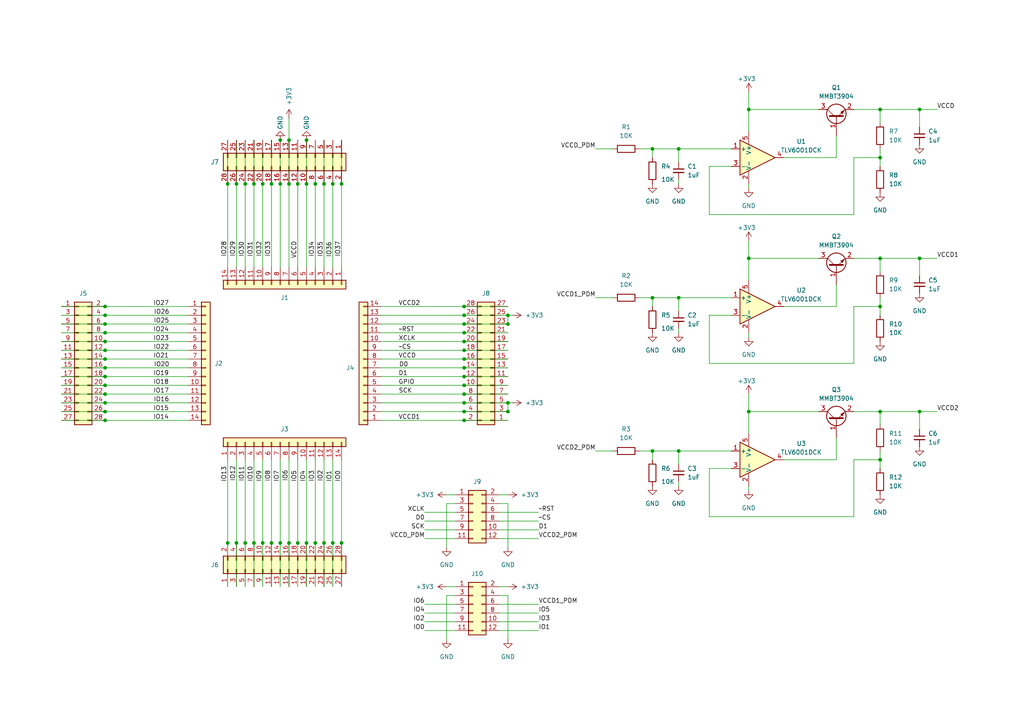
<source format=kicad_sch>
(kicad_sch (version 20211123) (generator eeschema)
  (paper "A4")
  (lib_symbols
    (symbol "Amplifier_Operational:TLV6001DCK" (pin_names (offset 0.127))
      (property "Reference" "U" (at 7.62 2.54 0))
      (property "Value" "TLV6001DCK" (at 11.43 -2.54 0))
      (symbol "TLV6001DCK_0_1"
        (polyline (pts (xy -2.54 5.08) (xy -2.54 -5.08) (xy 7.62 0) (xy -2.54 5.08)) (stroke (width 0.254)) (fill (type background)))
      )
      (symbol "TLV6001DCK_1_1"
        (pin input line (at -5.08 2.54 0) (length 2.54) (name "+") (number "1"))
        (pin power_in line (at 0 -7.62 90) (length 3.81) (name "V-") (number "2"))
        (pin input line (at -5.08 -2.54 0) (length 2.54) (name "-") (number "3"))
        (pin output line (at 10.16 0 180) (length 2.54) (name "~") (number "4"))
        (pin power_in line (at 0 7.62 270) (length 3.81) (name "V+") (number "5"))
      )
    )
    (symbol "Connector_Generic:Conn_01x14" (pin_names (offset 1.016) hide)
      (property "Reference" "J" (at 0 17.78 0))
      (property "Value" "Conn_01x14" (at 0 -20.32 0))
      (symbol "Conn_01x14_1_1"
        (rectangle (start -1.27 -17.653) (end 0 -17.907) (stroke (width 0.1524)))
        (rectangle (start -1.27 -15.113) (end 0 -15.367) (stroke (width 0.1524)))
        (rectangle (start -1.27 -12.573) (end 0 -12.827) (stroke (width 0.1524)))
        (rectangle (start -1.27 -10.033) (end 0 -10.287) (stroke (width 0.1524)))
        (rectangle (start -1.27 -7.493) (end 0 -7.747) (stroke (width 0.1524)))
        (rectangle (start -1.27 -4.953) (end 0 -5.207) (stroke (width 0.1524)))
        (rectangle (start -1.27 -2.413) (end 0 -2.667) (stroke (width 0.1524)))
        (rectangle (start -1.27 0.127) (end 0 -0.127) (stroke (width 0.1524)))
        (rectangle (start -1.27 2.667) (end 0 2.413) (stroke (width 0.1524)))
        (rectangle (start -1.27 5.207) (end 0 4.953) (stroke (width 0.1524)))
        (rectangle (start -1.27 7.747) (end 0 7.493) (stroke (width 0.1524)))
        (rectangle (start -1.27 10.287) (end 0 10.033) (stroke (width 0.1524)))
        (rectangle (start -1.27 12.827) (end 0 12.573) (stroke (width 0.1524)))
        (rectangle (start -1.27 15.367) (end 0 15.113) (stroke (width 0.1524)))
        (rectangle (start -1.27 16.51) (end 1.27 -19.05) (stroke (width 0.254)) (fill (type background)))
        (pin passive line (at -5.08 15.24 0) (length 3.81) (name "Pin_1") (number "1"))
        (pin passive line (at -5.08 -7.62 0) (length 3.81) (name "Pin_10") (number "10"))
        (pin passive line (at -5.08 -10.16 0) (length 3.81) (name "Pin_11") (number "11"))
        (pin passive line (at -5.08 -12.7 0) (length 3.81) (name "Pin_12") (number "12"))
        (pin passive line (at -5.08 -15.24 0) (length 3.81) (name "Pin_13") (number "13"))
        (pin passive line (at -5.08 -17.78 0) (length 3.81) (name "Pin_14") (number "14"))
        (pin passive line (at -5.08 12.7 0) (length 3.81) (name "Pin_2") (number "2"))
        (pin passive line (at -5.08 10.16 0) (length 3.81) (name "Pin_3") (number "3"))
        (pin passive line (at -5.08 7.62 0) (length 3.81) (name "Pin_4") (number "4"))
        (pin passive line (at -5.08 5.08 0) (length 3.81) (name "Pin_5") (number "5"))
        (pin passive line (at -5.08 2.54 0) (length 3.81) (name "Pin_6") (number "6"))
        (pin passive line (at -5.08 0 0) (length 3.81) (name "Pin_7") (number "7"))
        (pin passive line (at -5.08 -2.54 0) (length 3.81) (name "Pin_8") (number "8"))
        (pin passive line (at -5.08 -5.08 0) (length 3.81) (name "Pin_9") (number "9"))
      )
    )
    (symbol "Connector_Generic:Conn_02x06_Odd_Even" (pin_names (offset 1.016) hide)
      (property "Reference" "J" (at 1.27 7.62 0))
      (property "Value" "Conn_02x06_Odd_Even" (at 1.27 -10.16 0))
      (symbol "Conn_02x06_Odd_Even_1_1"
        (rectangle (start -1.27 -7.493) (end 0 -7.747) (stroke (width 0.1524)))
        (rectangle (start -1.27 -4.953) (end 0 -5.207) (stroke (width 0.1524)))
        (rectangle (start -1.27 -2.413) (end 0 -2.667) (stroke (width 0.1524)))
        (rectangle (start -1.27 0.127) (end 0 -0.127) (stroke (width 0.1524)))
        (rectangle (start -1.27 2.667) (end 0 2.413) (stroke (width 0.1524)))
        (rectangle (start -1.27 5.207) (end 0 4.953) (stroke (width 0.1524)))
        (rectangle (start -1.27 6.35) (end 3.81 -8.89) (stroke (width 0.254)) (fill (type background)))
        (rectangle (start 3.81 -7.493) (end 2.54 -7.747) (stroke (width 0.1524)))
        (rectangle (start 3.81 -4.953) (end 2.54 -5.207) (stroke (width 0.1524)))
        (rectangle (start 3.81 -2.413) (end 2.54 -2.667) (stroke (width 0.1524)))
        (rectangle (start 3.81 0.127) (end 2.54 -0.127) (stroke (width 0.1524)))
        (rectangle (start 3.81 2.667) (end 2.54 2.413) (stroke (width 0.1524)))
        (rectangle (start 3.81 5.207) (end 2.54 4.953) (stroke (width 0.1524)))
        (pin passive line (at -5.08 5.08 0) (length 3.81) (name "Pin_1") (number "1"))
        (pin passive line (at 7.62 -5.08 180) (length 3.81) (name "Pin_10") (number "10"))
        (pin passive line (at -5.08 -7.62 0) (length 3.81) (name "Pin_11") (number "11"))
        (pin passive line (at 7.62 -7.62 180) (length 3.81) (name "Pin_12") (number "12"))
        (pin passive line (at 7.62 5.08 180) (length 3.81) (name "Pin_2") (number "2"))
        (pin passive line (at -5.08 2.54 0) (length 3.81) (name "Pin_3") (number "3"))
        (pin passive line (at 7.62 2.54 180) (length 3.81) (name "Pin_4") (number "4"))
        (pin passive line (at -5.08 0 0) (length 3.81) (name "Pin_5") (number "5"))
        (pin passive line (at 7.62 0 180) (length 3.81) (name "Pin_6") (number "6"))
        (pin passive line (at -5.08 -2.54 0) (length 3.81) (name "Pin_7") (number "7"))
        (pin passive line (at 7.62 -2.54 180) (length 3.81) (name "Pin_8") (number "8"))
        (pin passive line (at -5.08 -5.08 0) (length 3.81) (name "Pin_9") (number "9"))
      )
    )
    (symbol "Connector_Generic:Conn_02x14_Odd_Even" (pin_names (offset 1.016) hide)
      (property "Reference" "J" (at 1.27 17.78 0))
      (property "Value" "Conn_02x14_Odd_Even" (at 1.27 -20.32 0))
      (symbol "Conn_02x14_Odd_Even_1_1"
        (rectangle (start -1.27 -17.653) (end 0 -17.907) (stroke (width 0.1524)))
        (rectangle (start -1.27 -15.113) (end 0 -15.367) (stroke (width 0.1524)))
        (rectangle (start -1.27 -12.573) (end 0 -12.827) (stroke (width 0.1524)))
        (rectangle (start -1.27 -10.033) (end 0 -10.287) (stroke (width 0.1524)))
        (rectangle (start -1.27 -7.493) (end 0 -7.747) (stroke (width 0.1524)))
        (rectangle (start -1.27 -4.953) (end 0 -5.207) (stroke (width 0.1524)))
        (rectangle (start -1.27 -2.413) (end 0 -2.667) (stroke (width 0.1524)))
        (rectangle (start -1.27 0.127) (end 0 -0.127) (stroke (width 0.1524)))
        (rectangle (start -1.27 2.667) (end 0 2.413) (stroke (width 0.1524)))
        (rectangle (start -1.27 5.207) (end 0 4.953) (stroke (width 0.1524)))
        (rectangle (start -1.27 7.747) (end 0 7.493) (stroke (width 0.1524)))
        (rectangle (start -1.27 10.287) (end 0 10.033) (stroke (width 0.1524)))
        (rectangle (start -1.27 12.827) (end 0 12.573) (stroke (width 0.1524)))
        (rectangle (start -1.27 15.367) (end 0 15.113) (stroke (width 0.1524)))
        (rectangle (start -1.27 16.51) (end 3.81 -19.05) (stroke (width 0.254)) (fill (type background)))
        (rectangle (start 3.81 -17.653) (end 2.54 -17.907) (stroke (width 0.1524)))
        (rectangle (start 3.81 -15.113) (end 2.54 -15.367) (stroke (width 0.1524)))
        (rectangle (start 3.81 -12.573) (end 2.54 -12.827) (stroke (width 0.1524)))
        (rectangle (start 3.81 -10.033) (end 2.54 -10.287) (stroke (width 0.1524)))
        (rectangle (start 3.81 -7.493) (end 2.54 -7.747) (stroke (width 0.1524)))
        (rectangle (start 3.81 -4.953) (end 2.54 -5.207) (stroke (width 0.1524)))
        (rectangle (start 3.81 -2.413) (end 2.54 -2.667) (stroke (width 0.1524)))
        (rectangle (start 3.81 0.127) (end 2.54 -0.127) (stroke (width 0.1524)))
        (rectangle (start 3.81 2.667) (end 2.54 2.413) (stroke (width 0.1524)))
        (rectangle (start 3.81 5.207) (end 2.54 4.953) (stroke (width 0.1524)))
        (rectangle (start 3.81 7.747) (end 2.54 7.493) (stroke (width 0.1524)))
        (rectangle (start 3.81 10.287) (end 2.54 10.033) (stroke (width 0.1524)))
        (rectangle (start 3.81 12.827) (end 2.54 12.573) (stroke (width 0.1524)))
        (rectangle (start 3.81 15.367) (end 2.54 15.113) (stroke (width 0.1524)))
        (pin passive line (at -5.08 15.24 0) (length 3.81) (name "Pin_1") (number "1"))
        (pin passive line (at 7.62 5.08 180) (length 3.81) (name "Pin_10") (number "10"))
        (pin passive line (at -5.08 2.54 0) (length 3.81) (name "Pin_11") (number "11"))
        (pin passive line (at 7.62 2.54 180) (length 3.81) (name "Pin_12") (number "12"))
        (pin passive line (at -5.08 0 0) (length 3.81) (name "Pin_13") (number "13"))
        (pin passive line (at 7.62 0 180) (length 3.81) (name "Pin_14") (number "14"))
        (pin passive line (at -5.08 -2.54 0) (length 3.81) (name "Pin_15") (number "15"))
        (pin passive line (at 7.62 -2.54 180) (length 3.81) (name "Pin_16") (number "16"))
        (pin passive line (at -5.08 -5.08 0) (length 3.81) (name "Pin_17") (number "17"))
        (pin passive line (at 7.62 -5.08 180) (length 3.81) (name "Pin_18") (number "18"))
        (pin passive line (at -5.08 -7.62 0) (length 3.81) (name "Pin_19") (number "19"))
        (pin passive line (at 7.62 15.24 180) (length 3.81) (name "Pin_2") (number "2"))
        (pin passive line (at 7.62 -7.62 180) (length 3.81) (name "Pin_20") (number "20"))
        (pin passive line (at -5.08 -10.16 0) (length 3.81) (name "Pin_21") (number "21"))
        (pin passive line (at 7.62 -10.16 180) (length 3.81) (name "Pin_22") (number "22"))
        (pin passive line (at -5.08 -12.7 0) (length 3.81) (name "Pin_23") (number "23"))
        (pin passive line (at 7.62 -12.7 180) (length 3.81) (name "Pin_24") (number "24"))
        (pin passive line (at -5.08 -15.24 0) (length 3.81) (name "Pin_25") (number "25"))
        (pin passive line (at 7.62 -15.24 180) (length 3.81) (name "Pin_26") (number "26"))
        (pin passive line (at -5.08 -17.78 0) (length 3.81) (name "Pin_27") (number "27"))
        (pin passive line (at 7.62 -17.78 180) (length 3.81) (name "Pin_28") (number "28"))
        (pin passive line (at -5.08 12.7 0) (length 3.81) (name "Pin_3") (number "3"))
        (pin passive line (at 7.62 12.7 180) (length 3.81) (name "Pin_4") (number "4"))
        (pin passive line (at -5.08 10.16 0) (length 3.81) (name "Pin_5") (number "5"))
        (pin passive line (at 7.62 10.16 180) (length 3.81) (name "Pin_6") (number "6"))
        (pin passive line (at -5.08 7.62 0) (length 3.81) (name "Pin_7") (number "7"))
        (pin passive line (at 7.62 7.62 180) (length 3.81) (name "Pin_8") (number "8"))
        (pin passive line (at -5.08 5.08 0) (length 3.81) (name "Pin_9") (number "9"))
      )
    )
    (symbol "Device:C_Small" (pin_numbers hide) (pin_names (offset 0.254) hide)
      (property "Reference" "C" (at 0.254 1.778 0))
      (property "Value" "C_Small" (at 0.254 -2.032 0))
      (symbol "C_Small_0_1"
        (polyline (pts (xy -1.524 -0.508) (xy 1.524 -0.508)) (stroke (width 0.3302)))
        (polyline (pts (xy -1.524 0.508) (xy 1.524 0.508)) (stroke (width 0.3048)))
      )
      (symbol "C_Small_1_1"
        (pin passive line (at 0 2.54 270) (length 2.032) (name "~") (number "1"))
        (pin passive line (at 0 -2.54 90) (length 2.032) (name "~") (number "2"))
      )
    )
    (symbol "Device:R" (pin_numbers hide) (pin_names (offset 0))
      (property "Reference" "R" (at 2.032 0 90))
      (property "Value" "R" (at 0 0 90))
      (symbol "R_0_1"
        (rectangle (start -1.016 -2.54) (end 1.016 2.54) (stroke (width 0.254)))
      )
      (symbol "R_1_1"
        (pin passive line (at 0 3.81 270) (length 1.27) (name "~") (number "1"))
        (pin passive line (at 0 -3.81 90) (length 1.27) (name "~") (number "2"))
      )
    )
    (symbol "Transistor_BJT:MMBT3904" (pin_names (offset 0) hide)
      (property "Reference" "Q" (at 5.08 1.905 0))
      (property "Value" "MMBT3904" (at 5.08 0 0))
      (symbol "MMBT3904_0_1"
        (polyline (pts (xy 0.635 0.635) (xy 2.54 2.54)))
        (polyline (pts (xy 0.635 -0.635) (xy 2.54 -2.54) (xy 2.54 -2.54)))
        (polyline (pts (xy 0.635 1.905) (xy 0.635 -1.905) (xy 0.635 -1.905)) (stroke (width 0.508)))
        (polyline (pts (xy 1.27 -1.778) (xy 1.778 -1.27) (xy 2.286 -2.286) (xy 1.27 -1.778) (xy 1.27 -1.778)) (fill (type outline)))
        (circle (center 1.27 0) (radius 2.8194) (stroke (width 0.254)))
      )
      (symbol "MMBT3904_1_1"
        (pin input line (at -5.08 0 0) (length 5.715) (name "B") (number "1"))
        (pin passive line (at 2.54 -5.08 90) (length 2.54) (name "E") (number "2"))
        (pin passive line (at 2.54 5.08 270) (length 2.54) (name "C") (number "3"))
      )
    )
    (symbol "power:+3.3V" (power) (pin_names (offset 0))
      (property "Value" "+3.3V" (at 0 3.556 0))
      (symbol "+3.3V_0_1"
        (polyline (pts (xy -0.762 1.27) (xy 0 2.54)))
        (polyline (pts (xy 0 0) (xy 0 2.54)))
        (polyline (pts (xy 0 2.54) (xy 0.762 1.27)))
      )
      (symbol "+3.3V_1_1"
        (pin power_in line (at 0 0 90) (length 0) hide (name "+3V3") (number "1"))
      )
    )
    (symbol "power:GND" (power) (pin_names (offset 0))
      (property "Value" "GND" (at 0 -3.81 0))
      (symbol "GND_0_1"
        (polyline (pts (xy 0 0) (xy 0 -1.27) (xy 1.27 -1.27) (xy 0 -2.54) (xy -1.27 -1.27) (xy 0 -1.27)))
      )
      (symbol "GND_1_1"
        (pin power_in line (at 0 0 270) (length 0) hide (name "GND") (number "1"))
      )
    )
  )
  (junction (at 81.28 53.34))
  (junction (at 255.27 88.9))
  (junction (at 255.27 74.93))
  (junction (at 76.2 157.48))
  (junction (at 217.17 74.93))
  (junction (at 88.9 157.48))
  (junction (at 196.85 130.81))
  (junction (at 266.7 74.93))
  (junction (at 93.98 157.48))
  (junction (at 196.85 43.18))
  (junction (at 30.48 88.9))
  (junction (at 30.48 91.44))
  (junction (at 96.52 53.34))
  (junction (at 189.23 43.18))
  (junction (at 88.9 53.34))
  (junction (at 30.48 96.52))
  (junction (at 134.62 111.76))
  (junction (at 30.48 99.06))
  (junction (at 134.62 114.3))
  (junction (at 86.36 157.48))
  (junction (at 134.62 96.52))
  (junction (at 217.17 31.75))
  (junction (at 134.62 99.06))
  (junction (at 255.27 119.38))
  (junction (at 99.06 53.34))
  (junction (at 255.27 45.72))
  (junction (at 88.9 40.64))
  (junction (at 134.62 121.92))
  (junction (at 266.7 119.38))
  (junction (at 91.44 157.48))
  (junction (at 147.32 91.44))
  (junction (at 189.23 130.81))
  (junction (at 134.62 116.84))
  (junction (at 30.48 114.3))
  (junction (at 134.62 109.22))
  (junction (at 99.06 157.48))
  (junction (at 147.32 119.38))
  (junction (at 30.48 119.38))
  (junction (at 30.48 109.22))
  (junction (at 196.85 86.36))
  (junction (at 66.04 157.48))
  (junction (at 66.04 53.34))
  (junction (at 68.58 157.48))
  (junction (at 86.36 53.34))
  (junction (at 134.62 104.14))
  (junction (at 134.62 119.38))
  (junction (at 30.48 104.14))
  (junction (at 78.74 53.34))
  (junction (at 91.44 53.34))
  (junction (at 134.62 88.9))
  (junction (at 30.48 116.84))
  (junction (at 217.17 119.38))
  (junction (at 255.27 31.75))
  (junction (at 83.82 40.64))
  (junction (at 78.74 157.48))
  (junction (at 30.48 93.98))
  (junction (at 83.82 53.34))
  (junction (at 30.48 121.92))
  (junction (at 134.62 106.68))
  (junction (at 81.28 157.48))
  (junction (at 81.28 40.64))
  (junction (at 134.62 93.98))
  (junction (at 96.52 157.48))
  (junction (at 30.48 101.6))
  (junction (at 30.48 111.76))
  (junction (at 255.27 133.35))
  (junction (at 134.62 101.6))
  (junction (at 68.58 53.34))
  (junction (at 76.2 53.34))
  (junction (at 266.7 31.75))
  (junction (at 147.32 93.98))
  (junction (at 83.82 157.48))
  (junction (at 73.66 157.48))
  (junction (at 73.66 53.34))
  (junction (at 147.32 116.84))
  (junction (at 71.12 157.48))
  (junction (at 71.12 53.34))
  (junction (at 134.62 91.44))
  (junction (at 93.98 53.34))
  (junction (at 30.48 106.68))
  (junction (at 189.23 86.36))
  (wire (pts (xy 255.27 133.35) (xy 255.27 130.81)))
  (wire (pts (xy 247.65 133.35) (xy 255.27 133.35)))
  (wire (pts (xy 66.04 157.48) (xy 66.04 133.35)))
  (wire (pts (xy 110.49 119.38) (xy 134.62 119.38)))
  (wire (pts (xy 30.48 111.76) (xy 54.61 111.76)))
  (wire (pts (xy 30.48 106.68) (xy 54.61 106.68)))
  (wire (pts (xy 217.17 53.34) (xy 217.17 54.61)))
  (wire (pts (xy 99.06 40.64) (xy 99.06 53.34)))
  (wire (pts (xy 144.78 148.59) (xy 156.21 148.59)))
  (wire (pts (xy 78.74 157.48) (xy 78.74 133.35)))
  (wire (pts (xy 266.7 74.93) (xy 266.7 80.01)))
  (wire (pts (xy 73.66 77.47) (xy 73.66 53.34)))
  (wire (pts (xy 17.78 101.6) (xy 30.48 101.6)))
  (wire (pts (xy 205.74 62.23) (xy 247.65 62.23)))
  (wire (pts (xy 134.62 96.52) (xy 147.32 96.52)))
  (wire (pts (xy 17.78 119.38) (xy 30.48 119.38)))
  (wire (pts (xy 91.44 157.48) (xy 91.44 170.18)))
  (wire (pts (xy 73.66 157.48) (xy 73.66 170.18)))
  (wire (pts (xy 123.19 153.67) (xy 132.08 153.67)))
  (wire (pts (xy 144.78 153.67) (xy 156.21 153.67)))
  (wire (pts (xy 217.17 31.75) (xy 237.49 31.75)))
  (wire (pts (xy 17.78 104.14) (xy 30.48 104.14)))
  (wire (pts (xy 144.78 156.21) (xy 156.21 156.21)))
  (wire (pts (xy 30.48 114.3) (xy 54.61 114.3)))
  (wire (pts (xy 255.27 78.74) (xy 255.27 74.93)))
  (wire (pts (xy 196.85 95.25) (xy 196.85 96.52)))
  (wire (pts (xy 255.27 31.75) (xy 247.65 31.75)))
  (wire (pts (xy 68.58 77.47) (xy 68.58 53.34)))
  (wire (pts (xy 99.06 157.48) (xy 99.06 170.18)))
  (wire (pts (xy 185.42 43.18) (xy 189.23 43.18)))
  (wire (pts (xy 93.98 157.48) (xy 93.98 133.35)))
  (wire (pts (xy 129.54 170.18) (xy 132.08 170.18)))
  (wire (pts (xy 172.72 130.81) (xy 177.8 130.81)))
  (wire (pts (xy 255.27 119.38) (xy 247.65 119.38)))
  (wire (pts (xy 217.17 26.67) (xy 217.17 31.75)))
  (wire (pts (xy 30.48 88.9) (xy 54.61 88.9)))
  (wire (pts (xy 88.9 157.48) (xy 88.9 170.18)))
  (wire (pts (xy 255.27 88.9) (xy 255.27 91.44)))
  (wire (pts (xy 196.85 86.36) (xy 189.23 86.36)))
  (wire (pts (xy 30.48 93.98) (xy 54.61 93.98)))
  (wire (pts (xy 93.98 77.47) (xy 93.98 53.34)))
  (wire (pts (xy 110.49 96.52) (xy 134.62 96.52)))
  (wire (pts (xy 132.08 146.05) (xy 129.54 146.05)))
  (wire (pts (xy 247.65 45.72) (xy 255.27 45.72)))
  (wire (pts (xy 30.48 96.52) (xy 54.61 96.52)))
  (wire (pts (xy 110.49 93.98) (xy 134.62 93.98)))
  (wire (pts (xy 196.85 86.36) (xy 196.85 90.17)))
  (wire (pts (xy 71.12 157.48) (xy 71.12 133.35)))
  (wire (pts (xy 247.65 88.9) (xy 255.27 88.9)))
  (wire (pts (xy 68.58 157.48) (xy 68.58 170.18)))
  (wire (pts (xy 196.85 130.81) (xy 189.23 130.81)))
  (wire (pts (xy 86.36 157.48) (xy 86.36 170.18)))
  (wire (pts (xy 247.65 105.41) (xy 247.65 88.9)))
  (wire (pts (xy 255.27 74.93) (xy 266.7 74.93)))
  (wire (pts (xy 83.82 157.48) (xy 83.82 170.18)))
  (wire (pts (xy 91.44 157.48) (xy 91.44 133.35)))
  (wire (pts (xy 110.49 106.68) (xy 134.62 106.68)))
  (wire (pts (xy 17.78 121.92) (xy 30.48 121.92)))
  (wire (pts (xy 123.19 151.13) (xy 132.08 151.13)))
  (wire (pts (xy 123.19 177.8) (xy 132.08 177.8)))
  (wire (pts (xy 255.27 31.75) (xy 266.7 31.75)))
  (wire (pts (xy 110.49 101.6) (xy 134.62 101.6)))
  (wire (pts (xy 196.85 43.18) (xy 189.23 43.18)))
  (wire (pts (xy 144.78 143.51) (xy 147.32 143.51)))
  (wire (pts (xy 242.57 127) (xy 242.57 133.35)))
  (wire (pts (xy 30.48 91.44) (xy 54.61 91.44)))
  (wire (pts (xy 212.09 130.81) (xy 196.85 130.81)))
  (wire (pts (xy 144.78 146.05) (xy 147.32 146.05)))
  (wire (pts (xy 217.17 140.97) (xy 217.17 142.24)))
  (wire (pts (xy 134.62 109.22) (xy 147.32 109.22)))
  (wire (pts (xy 144.78 180.34) (xy 156.21 180.34)))
  (wire (pts (xy 217.17 114.3) (xy 217.17 119.38)))
  (wire (pts (xy 212.09 86.36) (xy 196.85 86.36)))
  (wire (pts (xy 81.28 157.48) (xy 81.28 170.18)))
  (wire (pts (xy 217.17 69.85) (xy 217.17 74.93)))
  (wire (pts (xy 76.2 157.48) (xy 76.2 133.35)))
  (wire (pts (xy 255.27 74.93) (xy 247.65 74.93)))
  (wire (pts (xy 212.09 91.44) (xy 205.74 91.44)))
  (wire (pts (xy 17.78 88.9) (xy 30.48 88.9)))
  (wire (pts (xy 110.49 99.06) (xy 134.62 99.06)))
  (wire (pts (xy 83.82 34.29) (xy 83.82 40.64)))
  (wire (pts (xy 134.62 91.44) (xy 147.32 91.44)))
  (wire (pts (xy 110.49 109.22) (xy 134.62 109.22)))
  (wire (pts (xy 144.78 175.26) (xy 156.21 175.26)))
  (wire (pts (xy 76.2 77.47) (xy 76.2 53.34)))
  (wire (pts (xy 132.08 172.72) (xy 129.54 172.72)))
  (wire (pts (xy 17.78 109.22) (xy 30.48 109.22)))
  (wire (pts (xy 255.27 35.56) (xy 255.27 31.75)))
  (wire (pts (xy 266.7 119.38) (xy 271.78 119.38)))
  (wire (pts (xy 147.32 116.84) (xy 147.32 119.38)))
  (wire (pts (xy 73.66 157.48) (xy 73.66 133.35)))
  (wire (pts (xy 217.17 96.52) (xy 217.17 97.79)))
  (wire (pts (xy 17.78 116.84) (xy 30.48 116.84)))
  (wire (pts (xy 266.7 119.38) (xy 266.7 124.46)))
  (wire (pts (xy 110.49 116.84) (xy 134.62 116.84)))
  (wire (pts (xy 189.23 43.18) (xy 189.23 45.72)))
  (wire (pts (xy 68.58 40.64) (xy 68.58 53.34)))
  (wire (pts (xy 17.78 96.52) (xy 30.48 96.52)))
  (wire (pts (xy 205.74 149.86) (xy 247.65 149.86)))
  (wire (pts (xy 66.04 40.64) (xy 66.04 53.34)))
  (wire (pts (xy 30.48 119.38) (xy 54.61 119.38)))
  (wire (pts (xy 212.09 48.26) (xy 205.74 48.26)))
  (wire (pts (xy 205.74 135.89) (xy 205.74 149.86)))
  (wire (pts (xy 227.33 88.9) (xy 242.57 88.9)))
  (wire (pts (xy 17.78 111.76) (xy 30.48 111.76)))
  (wire (pts (xy 205.74 91.44) (xy 205.74 105.41)))
  (wire (pts (xy 30.48 101.6) (xy 54.61 101.6)))
  (wire (pts (xy 227.33 45.72) (xy 242.57 45.72)))
  (wire (pts (xy 266.7 74.93) (xy 271.78 74.93)))
  (wire (pts (xy 91.44 77.47) (xy 91.44 53.34)))
  (wire (pts (xy 196.85 43.18) (xy 196.85 46.99)))
  (wire (pts (xy 110.49 104.14) (xy 134.62 104.14)))
  (wire (pts (xy 148.59 116.84) (xy 147.32 116.84)))
  (wire (pts (xy 78.74 40.64) (xy 78.74 53.34)))
  (wire (pts (xy 123.19 175.26) (xy 132.08 175.26)))
  (wire (pts (xy 189.23 130.81) (xy 189.23 133.35)))
  (wire (pts (xy 144.78 172.72) (xy 147.32 172.72)))
  (wire (pts (xy 81.28 77.47) (xy 81.28 53.34)))
  (wire (pts (xy 83.82 77.47) (xy 83.82 53.34)))
  (wire (pts (xy 30.48 99.06) (xy 54.61 99.06)))
  (wire (pts (xy 30.48 104.14) (xy 54.61 104.14)))
  (wire (pts (xy 134.62 104.14) (xy 147.32 104.14)))
  (wire (pts (xy 144.78 182.88) (xy 156.21 182.88)))
  (wire (pts (xy 99.06 77.47) (xy 99.06 53.34)))
  (wire (pts (xy 88.9 157.48) (xy 88.9 133.35)))
  (wire (pts (xy 86.36 77.47) (xy 86.36 53.34)))
  (wire (pts (xy 217.17 74.93) (xy 217.17 81.28)))
  (wire (pts (xy 205.74 48.26) (xy 205.74 62.23)))
  (wire (pts (xy 96.52 157.48) (xy 96.52 170.18)))
  (wire (pts (xy 212.09 43.18) (xy 196.85 43.18)))
  (wire (pts (xy 110.49 111.76) (xy 134.62 111.76)))
  (wire (pts (xy 134.62 101.6) (xy 147.32 101.6)))
  (wire (pts (xy 255.27 123.19) (xy 255.27 119.38)))
  (wire (pts (xy 78.74 157.48) (xy 78.74 170.18)))
  (wire (pts (xy 148.59 91.44) (xy 147.32 91.44)))
  (wire (pts (xy 242.57 39.37) (xy 242.57 45.72)))
  (wire (pts (xy 205.74 105.41) (xy 247.65 105.41)))
  (wire (pts (xy 189.23 86.36) (xy 189.23 88.9)))
  (wire (pts (xy 73.66 40.64) (xy 73.66 53.34)))
  (wire (pts (xy 129.54 146.05) (xy 129.54 158.75)))
  (wire (pts (xy 134.62 93.98) (xy 147.32 93.98)))
  (wire (pts (xy 17.78 93.98) (xy 30.48 93.98)))
  (wire (pts (xy 110.49 114.3) (xy 134.62 114.3)))
  (wire (pts (xy 255.27 45.72) (xy 255.27 48.26)))
  (wire (pts (xy 255.27 45.72) (xy 255.27 43.18)))
  (wire (pts (xy 66.04 77.47) (xy 66.04 53.34)))
  (wire (pts (xy 123.19 182.88) (xy 132.08 182.88)))
  (wire (pts (xy 123.19 180.34) (xy 132.08 180.34)))
  (wire (pts (xy 134.62 106.68) (xy 147.32 106.68)))
  (wire (pts (xy 185.42 130.81) (xy 189.23 130.81)))
  (wire (pts (xy 66.04 157.48) (xy 66.04 170.18)))
  (wire (pts (xy 129.54 143.51) (xy 132.08 143.51)))
  (wire (pts (xy 88.9 77.47) (xy 88.9 53.34)))
  (wire (pts (xy 83.82 157.48) (xy 83.82 133.35)))
  (wire (pts (xy 17.78 91.44) (xy 30.48 91.44)))
  (wire (pts (xy 71.12 40.64) (xy 71.12 53.34)))
  (wire (pts (xy 134.62 119.38) (xy 147.32 119.38)))
  (wire (pts (xy 266.7 31.75) (xy 271.78 31.75)))
  (wire (pts (xy 242.57 82.55) (xy 242.57 88.9)))
  (wire (pts (xy 93.98 40.64) (xy 93.98 53.34)))
  (wire (pts (xy 134.62 114.3) (xy 147.32 114.3)))
  (wire (pts (xy 134.62 111.76) (xy 147.32 111.76)))
  (wire (pts (xy 71.12 77.47) (xy 71.12 53.34)))
  (wire (pts (xy 217.17 31.75) (xy 217.17 38.1)))
  (wire (pts (xy 99.06 157.48) (xy 99.06 133.35)))
  (wire (pts (xy 196.85 139.7) (xy 196.85 140.97)))
  (wire (pts (xy 134.62 99.06) (xy 147.32 99.06)))
  (wire (pts (xy 83.82 40.64) (xy 83.82 53.34)))
  (wire (pts (xy 88.9 40.64) (xy 88.9 53.34)))
  (wire (pts (xy 255.27 133.35) (xy 255.27 135.89)))
  (wire (pts (xy 30.48 109.22) (xy 54.61 109.22)))
  (wire (pts (xy 71.12 157.48) (xy 71.12 170.18)))
  (wire (pts (xy 134.62 121.92) (xy 147.32 121.92)))
  (wire (pts (xy 30.48 121.92) (xy 54.61 121.92)))
  (wire (pts (xy 255.27 88.9) (xy 255.27 86.36)))
  (wire (pts (xy 93.98 157.48) (xy 93.98 170.18)))
  (wire (pts (xy 30.48 116.84) (xy 54.61 116.84)))
  (wire (pts (xy 196.85 52.07) (xy 196.85 53.34)))
  (wire (pts (xy 86.36 157.48) (xy 86.36 133.35)))
  (wire (pts (xy 110.49 91.44) (xy 134.62 91.44)))
  (wire (pts (xy 217.17 119.38) (xy 217.17 125.73)))
  (wire (pts (xy 17.78 99.06) (xy 30.48 99.06)))
  (wire (pts (xy 147.32 146.05) (xy 147.32 158.75)))
  (wire (pts (xy 129.54 172.72) (xy 129.54 185.42)))
  (wire (pts (xy 196.85 130.81) (xy 196.85 134.62)))
  (wire (pts (xy 86.36 40.64) (xy 86.36 53.34)))
  (wire (pts (xy 96.52 77.47) (xy 96.52 53.34)))
  (wire (pts (xy 144.78 151.13) (xy 156.21 151.13)))
  (wire (pts (xy 123.19 148.59) (xy 132.08 148.59)))
  (wire (pts (xy 76.2 40.64) (xy 76.2 53.34)))
  (wire (pts (xy 227.33 133.35) (xy 242.57 133.35)))
  (wire (pts (xy 212.09 135.89) (xy 205.74 135.89)))
  (wire (pts (xy 134.62 116.84) (xy 147.32 116.84)))
  (wire (pts (xy 110.49 121.92) (xy 134.62 121.92)))
  (wire (pts (xy 76.2 157.48) (xy 76.2 170.18)))
  (wire (pts (xy 96.52 157.48) (xy 96.52 133.35)))
  (wire (pts (xy 68.58 157.48) (xy 68.58 133.35)))
  (wire (pts (xy 81.28 40.64) (xy 81.28 53.34)))
  (wire (pts (xy 144.78 177.8) (xy 156.21 177.8)))
  (wire (pts (xy 110.49 88.9) (xy 134.62 88.9)))
  (wire (pts (xy 96.52 40.64) (xy 96.52 53.34)))
  (wire (pts (xy 255.27 119.38) (xy 266.7 119.38)))
  (wire (pts (xy 17.78 114.3) (xy 30.48 114.3)))
  (wire (pts (xy 78.74 77.47) (xy 78.74 53.34)))
  (wire (pts (xy 147.32 172.72) (xy 147.32 185.42)))
  (wire (pts (xy 172.72 86.36) (xy 177.8 86.36)))
  (wire (pts (xy 247.65 62.23) (xy 247.65 45.72)))
  (wire (pts (xy 81.28 157.48) (xy 81.28 133.35)))
  (wire (pts (xy 266.7 31.75) (xy 266.7 36.83)))
  (wire (pts (xy 147.32 91.44) (xy 147.32 93.98)))
  (wire (pts (xy 217.17 119.38) (xy 237.49 119.38)))
  (wire (pts (xy 91.44 40.64) (xy 91.44 53.34)))
  (wire (pts (xy 134.62 88.9) (xy 147.32 88.9)))
  (wire (pts (xy 172.72 43.18) (xy 177.8 43.18)))
  (wire (pts (xy 217.17 74.93) (xy 237.49 74.93)))
  (wire (pts (xy 247.65 149.86) (xy 247.65 133.35)))
  (wire (pts (xy 123.19 156.21) (xy 132.08 156.21)))
  (wire (pts (xy 17.78 106.68) (xy 30.48 106.68)))
  (wire (pts (xy 185.42 86.36) (xy 189.23 86.36)))
  (wire (pts (xy 144.78 170.18) (xy 147.32 170.18)))
  (label "IO0" (at 99.06 139.7 90))
  (label "IO19" (at 44.45 109.22 0))
  (label "SCK" (at 123.19 153.67 180))
  (label "IO18" (at 44.45 111.76 0))
  (label "VCCD" (at 115.57 104.14 0))
  (label "~RST" (at 156.21 148.59 0))
  (label "VCCD1" (at 271.78 74.93 0))
  (label "IO14" (at 44.45 121.92 0))
  (label "VCCD1_PDM" (at 172.72 86.36 180))
  (label "IO3" (at 156.21 180.34 0))
  (label "IO37" (at 99.06 69.85 270))
  (label "IO21" (at 44.45 104.14 0))
  (label "VCCD2_PDM" (at 172.72 130.81 180))
  (label "IO29" (at 68.58 69.85 270))
  (label "IO2" (at 93.98 139.6046 90))
  (label "IO25" (at 44.5454 93.98 0))
  (label "IO7" (at 81.28 139.7 90))
  (label "IO27" (at 44.45 88.9 0))
  (label "IO4" (at 123.19 177.8 180))
  (label "IO3" (at 91.44 139.6682 90))
  (label "IO36" (at 96.52 70.009 270))
  (label "IO24" (at 44.4818 96.52 0))
  (label "IO35" (at 93.98 69.9454 270))
  (label "IO20" (at 44.609 106.68 0))
  (label "~CS" (at 156.21 151.13 0))
  (label "IO6" (at 83.82 139.541 90))
  (label "IO5" (at 156.21 177.8 0))
  (label "VCCD_PDM" (at 172.72 43.18 180))
  (label "VCCD_PDM" (at 123.19 156.21 180))
  (label "D0" (at 115.729 106.68 0))
  (label "IO23" (at 44.4818 99.06 0))
  (label "VCCD2" (at 115.57 88.9 0))
  (label "IO31" (at 73.66 69.8818 270))
  (label "IO30" (at 71.12 69.9454 270))
  (label "IO26" (at 44.609 91.44 0))
  (label "IO10" (at 73.66 139.6682 90))
  (label "IO2" (at 123.19 180.34 180))
  (label "IO1" (at 156.21 182.88 0))
  (label "IO17" (at 44.4818 114.3 0))
  (label "IO22" (at 44.5136 101.6 0))
  (label "IO5" (at 86.36 139.7 90))
  (label "XCLK" (at 123.19 148.59 180))
  (label "IO12" (at 68.58 139.541 90))
  (label "D1" (at 156.21 153.67 0))
  (label "GPIO" (at 115.57 111.76 0))
  (label "IO9" (at 76.2 139.6682 90))
  (label "SCK" (at 115.6018 114.3 0))
  (label "XCLK" (at 115.6018 99.06 0))
  (label "IO0" (at 123.19 182.88 180))
  (label "IO6" (at 123.19 175.26 180))
  (label "IO1" (at 96.52 139.7 90))
  (label "VCCD1_PDM" (at 156.21 175.26 0))
  (label "IO16" (at 44.5454 116.84 0))
  (label "IO28" (at 66.04 69.85 270))
  (label "IO4" (at 88.9 139.7 90))
  (label "IO11" (at 71.12 139.6046 90))
  (label "VCCD" (at 271.78 31.75 0))
  (label "IO13" (at 66.04 139.7 90))
  (label "VCCD2_PDM" (at 156.21 156.21 0))
  (label "D0" (at 123.19 151.13 180))
  (label "IO32" (at 76.2 69.85 270))
  (label "IO8" (at 78.74 139.6364 90))
  (label "VCCD" (at 86.36 74.93 90))
  (label "~RST" (at 115.6018 96.52 0))
  (label "IO15" (at 44.45 119.38 0))
  (label "VCCD2" (at 271.78 119.38 0))
  (label "IO33" (at 78.74 69.85 270))
  (label "VCCD1" (at 115.57 121.92 0))
  (label "IO34" (at 91.44 69.8818 270))
  (label "D1" (at 115.57 109.22 0))
  (label "~CS" (at 115.6336 101.6 0))
  (symbol (lib_id "Device:R") (at 255.27 52.07 0) (unit 1)
    (property "Reference" "R8" (at 257.81 50.7999 0) (effects (justify left)))
    (property "Value" "10K" (at 257.81 53.3399 0) (effects (justify left)))
    (property "Footprint" "Resistor_SMD:R_0402_1005Metric" (effects hide))
  )
  (symbol (lib_id "power:GND") (at 217.17 97.79 0) (unit 1)
    (property "Reference" "#PWR010" (effects hide))
    (property "Value" "GND" (at 217.17 102.87 0))
  )
  (symbol (lib_id "power:+3.3V") (at 129.54 143.51 90) (unit 1)
    (property "Reference" "#PWR019" (effects hide))
    (property "Value" "+3.3V" (at 123.19 143.51 90))
  )
  (symbol (lib_id "Amplifier_Operational:TLV6001DCK") (at 217.17 133.35 0) (unit 1)
    (property "Reference" "U3" (at 232.41 128.651 0))
    (property "Value" "TLV6001DCK" (at 232.41 131.191 0))
    (property "Footprint" "Package_TO_SOT_SMD:SOT-353_SC-70-5" (effects hide))
    (property "Datasheet" "http://www.ti.com/lit/ds/symlink/tlv6001.pdf" (effects hide))
  )
  (symbol (lib_id "power:GND") (at 255.27 55.88 0) (unit 1)
    (property "Reference" "#PWR013" (effects hide))
    (property "Value" "GND" (at 255.27 60.96 0))
  )
  (symbol (lib_id "power:GND") (at 266.7 85.09 0) (unit 1)
    (property "Reference" "#PWR017" (effects hide))
    (property "Value" "GND" (at 266.7 90.17 0))
  )
  (symbol (lib_id "Device:R") (at 189.23 92.71 0) (unit 1)
    (property "Reference" "R5" (at 191.77 91.4399 0) (effects (justify left)))
    (property "Value" "10K" (at 191.77 95.25 0) (effects (justify left)))
    (property "Footprint" "Resistor_SMD:R_0402_1005Metric" (effects hide))
  )
  (symbol (lib_id "Device:R") (at 255.27 127 0) (unit 1)
    (property "Reference" "R11" (at 257.81 125.7299 0) (effects (justify left)))
    (property "Value" "10K" (at 257.81 128.2699 0) (effects (justify left)))
    (property "Footprint" "Resistor_SMD:R_0402_1005Metric" (effects hide))
  )
  (symbol (lib_id "power:GND") (at 129.54 158.75 0) (unit 1)
    (property "Reference" "#PWR020" (effects hide))
    (property "Value" "GND" (at 129.54 163.83 0))
  )
  (symbol (lib_id "power:GND") (at 189.23 96.52 0) (unit 1)
    (property "Reference" "#PWR02" (effects hide))
    (property "Value" "GND" (at 189.23 101.6 0))
  )
  (symbol (lib_id "power:+3.3V") (at 217.17 69.85 0) (unit 1)
    (property "Reference" "#PWR0108" (effects hide))
    (property "Value" "+3.3V" (at 216.535 66.04 0))
  )
  (symbol (lib_id "Device:R") (at 189.23 137.16 0) (unit 1)
    (property "Reference" "R6" (at 191.77 135.8899 0) (effects (justify left)))
    (property "Value" "10K" (at 191.77 139.7 0) (effects (justify left)))
    (property "Footprint" "Resistor_SMD:R_0402_1005Metric" (effects hide))
  )
  (symbol (lib_id "Device:R") (at 255.27 139.7 0) (unit 1)
    (property "Reference" "R12" (at 257.81 138.4299 0) (effects (justify left)))
    (property "Value" "10K" (at 257.81 140.9699 0) (effects (justify left)))
    (property "Footprint" "Resistor_SMD:R_0402_1005Metric" (effects hide))
  )
  (symbol (lib_id "power:+3.3V") (at 148.59 116.84 270) (unit 1)
    (property "Reference" "#PWR0104" (effects hide))
    (property "Value" "+3.3V" (at 154.94 116.84 90))
  )
  (symbol (lib_id "power:GND") (at 196.85 96.52 0) (unit 1)
    (property "Reference" "#PWR05" (effects hide))
    (property "Value" "GND" (at 196.85 101.6 0))
  )
  (symbol (lib_id "Transistor_BJT:MMBT3904") (at 242.57 77.47 90) (unit 1)
    (property "Reference" "Q2" (at 242.57 68.58 90))
    (property "Value" "MMBT3904" (at 242.57 71.12 90))
    (property "Footprint" "Package_TO_SOT_SMD:SOT-23" (effects hide))
    (property "Datasheet" "https://www.onsemi.com/pub/Collateral/2N3903-D.PDF" (effects hide))
  )
  (symbol (lib_id "Amplifier_Operational:TLV6001DCK") (at 217.17 88.9 0) (unit 1)
    (property "Reference" "U2" (at 232.41 84.201 0))
    (property "Value" "TLV6001DCK" (at 232.41 86.741 0))
    (property "Footprint" "Package_TO_SOT_SMD:SOT-353_SC-70-5" (effects hide))
    (property "Datasheet" "http://www.ti.com/lit/ds/symlink/tlv6001.pdf" (effects hide))
  )
  (symbol (lib_id "Device:R") (at 181.61 86.36 90) (unit 1)
    (property "Reference" "R2" (at 181.61 80.01 90))
    (property "Value" "10K" (at 181.61 82.55 90))
    (property "Footprint" "Resistor_SMD:R_0402_1005Metric" (effects hide))
  )
  (symbol (lib_id "power:+3.3V") (at 83.82 34.29 0) (unit 1)
    (property "Reference" "#PWR0101" (effects hide))
    (property "Value" "+3.3V" (at 83.82 27.94 90))
  )
  (symbol (lib_id "power:GND") (at 196.85 140.97 0) (unit 1)
    (property "Reference" "#PWR06" (effects hide))
    (property "Value" "GND" (at 196.85 146.05 0))
  )
  (symbol (lib_id "power:GND") (at 266.7 41.91 0) (unit 1)
    (property "Reference" "#PWR016" (effects hide))
    (property "Value" "GND" (at 266.7 46.99 0))
  )
  (symbol (lib_id "power:GND") (at 81.28 40.64 180) (unit 1)
    (property "Reference" "#PWR0102" (effects hide))
    (property "Value" "GND" (at 81.28 35.56 90))
  )
  (symbol (lib_id "power:GND") (at 129.54 185.42 0) (unit 1)
    (property "Reference" "#PWR022" (effects hide))
    (property "Value" "GND" (at 129.54 190.5 0))
  )
  (symbol (lib_id "power:GND") (at 217.17 142.24 0) (unit 1)
    (property "Reference" "#PWR012" (effects hide))
    (property "Value" "GND" (at 217.17 147.32 0))
  )
  (symbol (lib_id "Device:C_Small") (at 196.85 92.71 0) (unit 1)
    (property "Reference" "C2" (at 199.39 91.4462 0) (effects (justify left)))
    (property "Value" "1uF" (at 199.39 93.9862 0) (effects (justify left)))
    (property "Footprint" "Capacitor_SMD:C_0402_1005Metric" (effects hide))
  )
  (symbol (lib_id "Connector_Generic:Conn_01x14") (at 81.28 128.27 90) (unit 1)
    (property "Reference" "J3" (at 82.55 124.46 90))
    (property "Value" "Conn_01x14" (effects hide))
    (property "Footprint" "Connector_PinHeader_1.27mm:PinHeader_1x14_P1.27mm_Vertical" (effects hide))
  )
  (symbol (lib_id "Connector_Generic:Conn_02x14_Odd_Even") (at 22.86 104.14 0) (unit 1)
    (property "Reference" "J5" (at 24.13 85.09 0))
    (property "Value" "Conn_02x14_Odd_Even" (effects hide))
    (property "Footprint" "Connector_PinHeader_2.54mm:PinHeader_2x14_P2.54mm_Vertical" (effects hide))
  )
  (symbol (lib_id "Device:C_Small") (at 196.85 49.53 0) (unit 1)
    (property "Reference" "C1" (at 199.39 48.2662 0) (effects (justify left)))
    (property "Value" "1uF" (at 199.39 50.8062 0) (effects (justify left)))
    (property "Footprint" "Capacitor_SMD:C_0402_1005Metric" (effects hide))
  )
  (symbol (lib_id "Connector_Generic:Conn_01x14") (at 59.69 104.14 0) (unit 1)
    (property "Reference" "J2" (at 62.23 105.4099 0) (effects (justify left)))
    (property "Value" "Conn_01x14" (effects hide))
    (property "Footprint" "Connector_PinHeader_1.27mm:PinHeader_1x14_P1.27mm_Vertical" (effects hide))
  )
  (symbol (lib_id "power:+3.3V") (at 147.32 143.51 270) (unit 1)
    (property "Reference" "#PWR023" (effects hide))
    (property "Value" "+3.3V" (at 153.67 143.51 90))
  )
  (symbol (lib_id "Device:C_Small") (at 266.7 127 0) (unit 1)
    (property "Reference" "C6" (at 269.24 125.7362 0) (effects (justify left)))
    (property "Value" "1uF" (at 269.24 128.2762 0) (effects (justify left)))
    (property "Footprint" "Capacitor_SMD:C_0402_1005Metric" (effects hide))
  )
  (symbol (lib_id "power:GND") (at 88.9 40.64 180) (unit 1)
    (property "Reference" "#PWR0103" (effects hide))
    (property "Value" "GND" (at 88.9 35.56 90))
  )
  (symbol (lib_id "Transistor_BJT:MMBT3904") (at 242.57 34.29 90) (unit 1)
    (property "Reference" "Q1" (at 242.57 25.4 90))
    (property "Value" "MMBT3904" (at 242.57 27.94 90))
    (property "Footprint" "Package_TO_SOT_SMD:SOT-23" (effects hide))
    (property "Datasheet" "https://www.onsemi.com/pub/Collateral/2N3903-D.PDF" (effects hide))
  )
  (symbol (lib_id "Device:C_Small") (at 196.85 137.16 0) (unit 1)
    (property "Reference" "C3" (at 199.39 135.8962 0) (effects (justify left)))
    (property "Value" "1uF" (at 199.39 138.4362 0) (effects (justify left)))
    (property "Footprint" "Capacitor_SMD:C_0402_1005Metric" (effects hide))
  )
  (symbol (lib_id "Device:R") (at 181.61 43.18 90) (unit 1)
    (property "Reference" "R1" (at 181.61 36.83 90))
    (property "Value" "10K" (at 181.61 39.37 90))
    (property "Footprint" "Resistor_SMD:R_0402_1005Metric" (effects hide))
  )
  (symbol (lib_id "Amplifier_Operational:TLV6001DCK") (at 217.17 45.72 0) (unit 1)
    (property "Reference" "U1" (at 232.41 41.021 0))
    (property "Value" "TLV6001DCK" (at 232.41 43.561 0))
    (property "Footprint" "Package_TO_SOT_SMD:SOT-353_SC-70-5" (effects hide))
    (property "Datasheet" "http://www.ti.com/lit/ds/symlink/tlv6001.pdf" (effects hide))
  )
  (symbol (lib_id "Device:R") (at 255.27 39.37 0) (unit 1)
    (property "Reference" "R7" (at 257.81 38.0999 0) (effects (justify left)))
    (property "Value" "10K" (at 257.81 40.6399 0) (effects (justify left)))
    (property "Footprint" "Resistor_SMD:R_0402_1005Metric" (effects hide))
  )
  (symbol (lib_id "power:GND") (at 255.27 99.06 0) (unit 1)
    (property "Reference" "#PWR014" (effects hide))
    (property "Value" "GND" (at 255.27 104.14 0))
  )
  (symbol (lib_id "Connector_Generic:Conn_01x14") (at 83.82 82.55 270) (unit 1)
    (property "Reference" "J1" (at 82.55 86.36 90))
    (property "Value" "Conn_01x14" (effects hide))
    (property "Footprint" "Connector_PinHeader_1.27mm:PinHeader_1x14_P1.27mm_Vertical" (effects hide))
  )
  (symbol (lib_id "power:+3.3V") (at 129.54 170.18 90) (unit 1)
    (property "Reference" "#PWR021" (effects hide))
    (property "Value" "+3.3V" (at 123.19 170.18 90))
  )
  (symbol (lib_id "Connector_Generic:Conn_02x14_Odd_Even") (at 83.82 45.72 270) (unit 1)
    (property "Reference" "J7" (at 63.5 46.9899 90) (effects (justify right)))
    (property "Value" "Conn_02x14_Odd_Even" (effects hide))
    (property "Footprint" "Connector_PinHeader_2.54mm:PinHeader_2x14_P2.54mm_Vertical" (effects hide))
  )
  (symbol (lib_id "Device:R") (at 189.23 49.53 0) (unit 1)
    (property "Reference" "R4" (at 191.77 48.2599 0) (effects (justify left)))
    (property "Value" "10K" (at 191.77 52.07 0) (effects (justify left)))
    (property "Footprint" "Resistor_SMD:R_0402_1005Metric" (effects hide))
  )
  (symbol (lib_id "Connector_Generic:Conn_02x06_Odd_Even") (at 137.16 148.59 0) (unit 1)
    (property "Reference" "J9" (at 138.43 139.7 0))
    (property "Value" "Conn_02x06_Odd_Even" (effects hide))
    (property "Footprint" "Connector_PinHeader_2.54mm:PinHeader_2x06_P2.54mm_Horizontal" (effects hide))
  )
  (symbol (lib_id "Device:R") (at 255.27 95.25 0) (unit 1)
    (property "Reference" "R10" (at 257.81 93.9799 0) (effects (justify left)))
    (property "Value" "10K" (at 257.81 96.5199 0) (effects (justify left)))
    (property "Footprint" "Resistor_SMD:R_0402_1005Metric" (effects hide))
  )
  (symbol (lib_id "Transistor_BJT:MMBT3904") (at 242.57 121.92 90) (unit 1)
    (property "Reference" "Q3" (at 242.57 113.03 90))
    (property "Value" "MMBT3904" (at 242.57 115.57 90))
    (property "Footprint" "Package_TO_SOT_SMD:SOT-23" (effects hide))
    (property "Datasheet" "https://www.onsemi.com/pub/Collateral/2N3903-D.PDF" (effects hide))
  )
  (symbol (lib_id "power:GND") (at 196.85 53.34 0) (unit 1)
    (property "Reference" "#PWR04" (effects hide))
    (property "Value" "GND" (at 196.85 58.42 0))
  )
  (symbol (lib_id "power:GND") (at 266.7 129.54 0) (unit 1)
    (property "Reference" "#PWR018" (effects hide))
    (property "Value" "GND" (at 266.7 134.62 0))
  )
  (symbol (lib_id "Device:R") (at 255.27 82.55 0) (unit 1)
    (property "Reference" "R9" (at 257.81 81.2799 0) (effects (justify left)))
    (property "Value" "10K" (at 257.81 83.8199 0) (effects (justify left)))
    (property "Footprint" "Resistor_SMD:R_0402_1005Metric" (effects hide))
  )
  (symbol (lib_id "Connector_Generic:Conn_02x06_Odd_Even") (at 137.16 175.26 0) (unit 1)
    (property "Reference" "J10" (at 138.43 166.37 0))
    (property "Value" "Conn_02x06_Odd_Even" (effects hide))
    (property "Footprint" "Connector_PinHeader_2.54mm:PinHeader_2x06_P2.54mm_Horizontal" (effects hide))
  )
  (symbol (lib_id "power:GND") (at 217.17 54.61 0) (unit 1)
    (property "Reference" "#PWR08" (effects hide))
    (property "Value" "GND" (at 217.17 59.69 0))
  )
  (symbol (lib_id "Device:C_Small") (at 266.7 39.37 0) (unit 1)
    (property "Reference" "C4" (at 269.24 38.1062 0) (effects (justify left)))
    (property "Value" "1uF" (at 269.24 40.6462 0) (effects (justify left)))
    (property "Footprint" "Capacitor_SMD:C_0402_1005Metric" (effects hide))
  )
  (symbol (lib_id "power:GND") (at 255.27 143.51 0) (unit 1)
    (property "Reference" "#PWR015" (effects hide))
    (property "Value" "GND" (at 255.27 148.59 0))
  )
  (symbol (lib_id "Device:R") (at 181.61 130.81 90) (unit 1)
    (property "Reference" "R3" (at 181.61 124.46 90))
    (property "Value" "10K" (at 181.61 127 90))
    (property "Footprint" "Resistor_SMD:R_0402_1005Metric" (effects hide))
  )
  (symbol (lib_id "Device:C_Small") (at 266.7 82.55 0) (unit 1)
    (property "Reference" "C5" (at 269.24 81.2862 0) (effects (justify left)))
    (property "Value" "1uF" (at 269.24 83.8262 0) (effects (justify left)))
    (property "Footprint" "Capacitor_SMD:C_0402_1005Metric" (effects hide))
  )
  (symbol (lib_id "Connector_Generic:Conn_02x14_Odd_Even") (at 142.24 106.68 180) (unit 1)
    (property "Reference" "J8" (at 140.97 85.09 0))
    (property "Value" "Conn_02x14_Odd_Even" (effects hide))
    (property "Footprint" "Connector_PinHeader_2.54mm:PinHeader_2x14_P2.54mm_Vertical" (effects hide))
  )
  (symbol (lib_id "power:+3.3V") (at 217.17 114.3 0) (unit 1)
    (property "Reference" "#PWR0106" (effects hide))
    (property "Value" "+3.3V" (at 216.535 110.49 0))
  )
  (symbol (lib_id "power:GND") (at 189.23 53.34 0) (unit 1)
    (property "Reference" "#PWR01" (effects hide))
    (property "Value" "GND" (at 189.23 58.42 0))
  )
  (symbol (lib_id "power:GND") (at 147.32 158.75 0) (unit 1)
    (property "Reference" "#PWR024" (effects hide))
    (property "Value" "GND" (at 147.32 163.83 0))
  )
  (symbol (lib_id "power:GND") (at 189.23 140.97 0) (unit 1)
    (property "Reference" "#PWR03" (effects hide))
    (property "Value" "GND" (at 189.23 146.05 0))
  )
  (symbol (lib_id "power:GND") (at 147.32 185.42 0) (unit 1)
    (property "Reference" "#PWR026" (effects hide))
    (property "Value" "GND" (at 147.32 190.5 0))
  )
  (symbol (lib_id "power:+3.3V") (at 217.17 26.67 0) (unit 1)
    (property "Reference" "#PWR0107" (effects hide))
    (property "Value" "+3.3V" (at 216.535 22.86 0))
  )
  (symbol (lib_id "power:+3.3V") (at 147.32 170.18 270) (unit 1)
    (property "Reference" "#PWR025" (effects hide))
    (property "Value" "+3.3V" (at 153.67 170.18 90))
  )
  (symbol (lib_id "Connector_Generic:Conn_01x14") (at 105.41 106.68 180) (unit 1)
    (property "Reference" "J4" (at 101.6 106.68 0))
    (property "Value" "Conn_01x14" (effects hide))
    (property "Footprint" "Connector_PinHeader_1.27mm:PinHeader_1x14_P1.27mm_Vertical" (effects hide))
  )
  (symbol (lib_id "Connector_Generic:Conn_02x14_Odd_Even") (at 81.28 165.1 90) (unit 1)
    (property "Reference" "J6" (at 63.5 163.8299 90) (effects (justify left)))
    (property "Value" "Conn_02x14_Odd_Even" (effects hide))
    (property "Footprint" "Connector_PinHeader_2.54mm:PinHeader_2x14_P2.54mm_Vertical" (effects hide))
  )
  (symbol (lib_id "power:+3.3V") (at 148.59 91.44 270) (unit 1)
    (property "Reference" "#PWR0105" (effects hide))
    (property "Value" "+3.3V" (at 154.94 91.44 90))
  )
)
</source>
